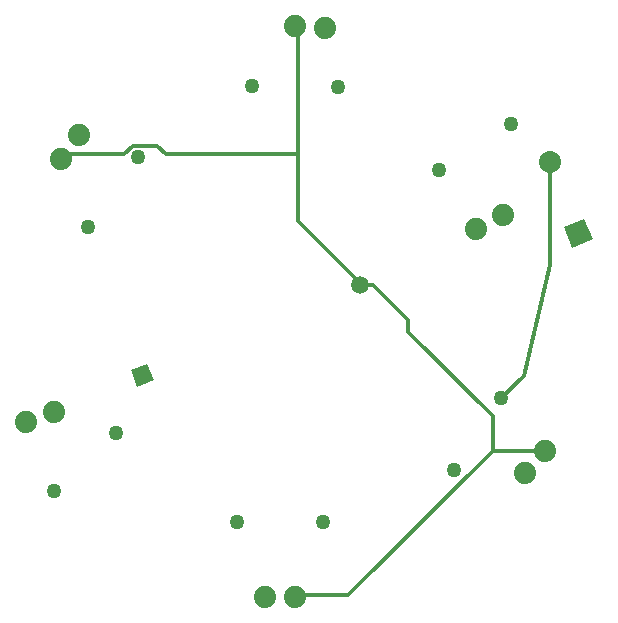
<source format=gbr>
G04 EAGLE Gerber RS-274X export*
G75*
%MOMM*%
%FSLAX34Y34*%
%LPD*%
%INBottom Copper*%
%IPPOS*%
%AMOC8*
5,1,8,0,0,1.08239X$1,22.5*%
G01*
G04 Define Apertures*
%ADD10R,1.508000X1.508000*%
%ADD11C,1.508000*%
%ADD12C,1.879600*%
%ADD13C,1.260000*%
%ADD14R,1.866900X1.866900*%
%ADD15C,1.866900*%
%ADD16C,0.300000*%
D10*
G36*
X-119492Y-57656D02*
X-133423Y-63427D01*
X-139194Y-49496D01*
X-125263Y-43725D01*
X-119492Y-57656D01*
G37*
D11*
X55433Y22961D03*
D12*
X176466Y81867D03*
X153734Y70533D03*
X25380Y240591D03*
X20Y242009D03*
X-182699Y149721D03*
X-198301Y129679D03*
X-203966Y-84556D03*
X-227834Y-93244D03*
X-25399Y-241455D03*
X-1Y-241145D03*
X194835Y-136556D03*
X211565Y-117444D03*
D13*
X121768Y120410D03*
X183032Y158990D03*
X-36196Y191005D03*
X36196Y189995D03*
X-175393Y72166D03*
X-133247Y131034D03*
X-151282Y-102358D03*
X-204318Y-151642D03*
X23499Y-178053D03*
X-48899Y-177547D03*
X174359Y-73168D03*
X134609Y-133681D03*
D14*
G36*
X245079Y78656D02*
X251951Y61300D01*
X234595Y54428D01*
X227723Y71784D01*
X245079Y78656D01*
G37*
D15*
X215900Y127000D03*
D16*
X45240Y-239772D02*
X0Y-239772D01*
X45240Y-239772D02*
X167388Y-117624D01*
X210366Y-117624D01*
X0Y-239772D02*
X-1Y-241145D01*
X210366Y-117624D02*
X211565Y-117444D01*
X2262Y76908D02*
X2262Y133458D01*
X2262Y239772D01*
X2262Y76908D02*
X54288Y24882D01*
X2262Y239772D02*
X20Y242009D01*
X54288Y24882D02*
X55433Y22961D01*
X167388Y-88218D02*
X167388Y-117624D01*
X95883Y-16713D02*
X95883Y-6754D01*
X95883Y-16713D02*
X167388Y-88218D01*
X66168Y22961D02*
X55433Y22961D01*
X66168Y22961D02*
X95883Y-6754D01*
X2262Y133458D02*
X-109070Y133458D01*
X-116476Y140864D01*
X-194522Y133458D02*
X-198301Y129679D01*
X-137319Y140864D02*
X-116476Y140864D01*
X-144725Y133458D02*
X-194522Y133458D01*
X-144725Y133458D02*
X-137319Y140864D01*
X215900Y127000D02*
X215900Y39630D01*
X193539Y-53988D01*
X174359Y-73168D01*
M02*

</source>
